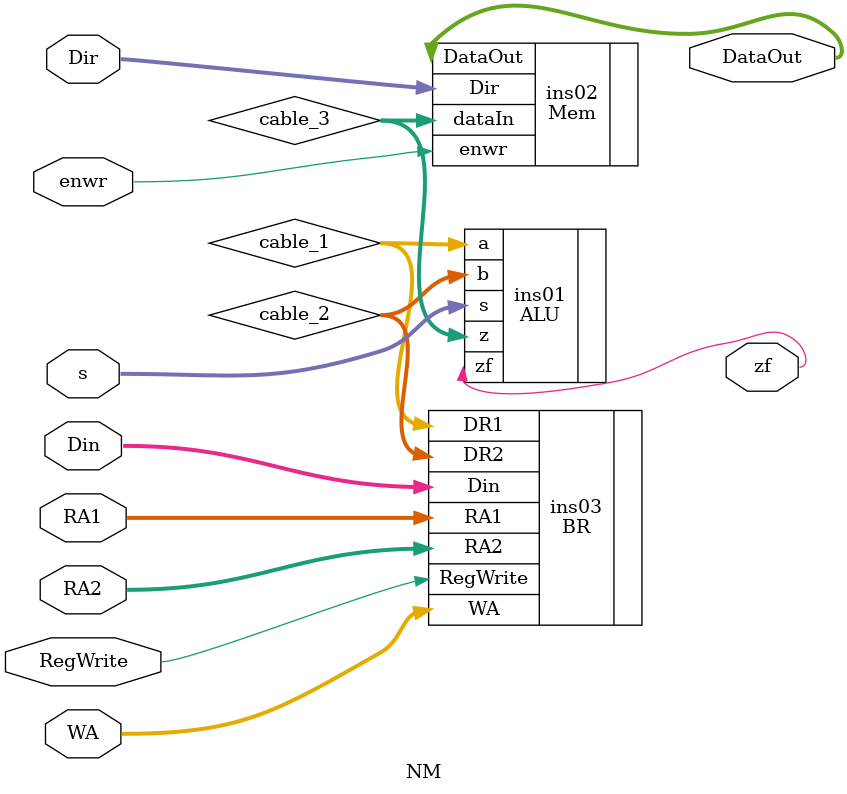
<source format=v>
module NM(
    input [31:0] Din,
    input [5:0] RA1,
    input [5:0] RA2,
    input [5:0] WA,
    input RegWrite,
    input [5:0] Dir,
    input enwr,
    input  [3:0] s,
    output [31:0] DataOut,
    output zf);
// Cables 

wire [31:0] cable_1;
wire [31:0] cable_2;
wire [31:0] cable_3;

// Instancia ALU 

ALU ins01( .a(cable_1), .b(cable_2), .z(cable_3), .zf(zf), .s(s) );

// Instancia Memoria 

Mem ins02( .dataIn(cable_3), .Dir(Dir), .DataOut(DataOut), .enwr(enwr) );

// Instancia Banco de registros

/* NOTAS: REALIZAR CAMBIOS AQUÍ PARA HACER LAS CONEXIONES PERTINENTES */
BR ins03(.Din(Din), .RA1(RA1), .RA2(RA2), .WA(WA), .RegWrite(RegWrite), .DR1(cable_1), .DR2(cable_2) );

endmodule


</source>
